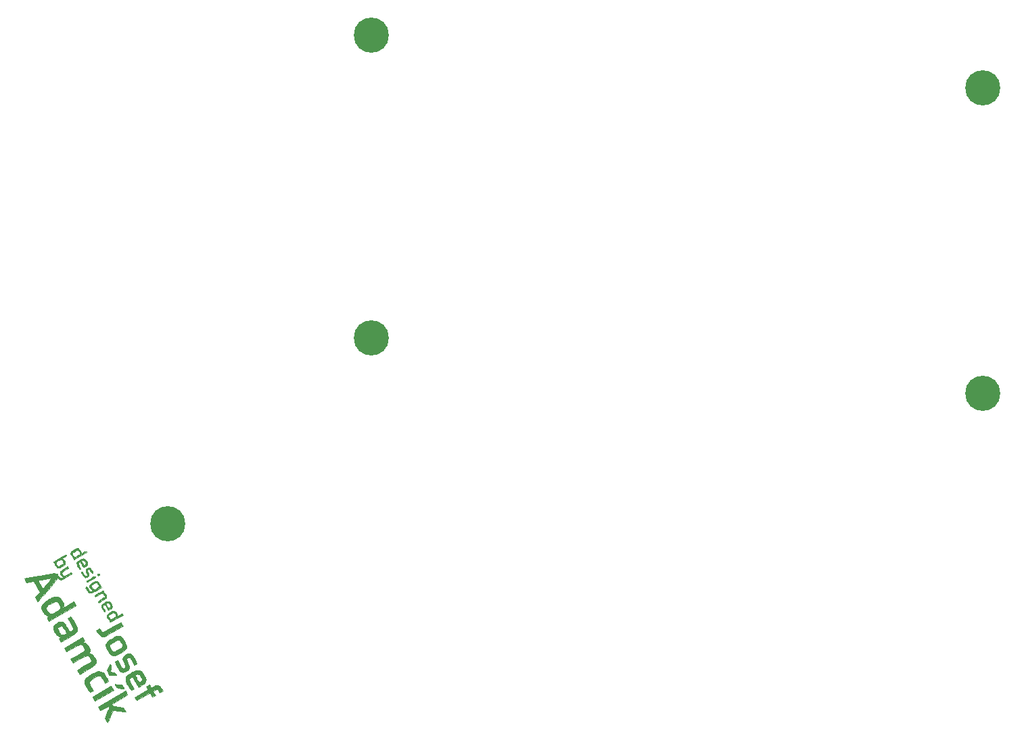
<source format=gbr>
G04 #@! TF.GenerationSoftware,KiCad,Pcbnew,5.1.5-52549c5~86~ubuntu19.10.1*
G04 #@! TF.CreationDate,2020-05-05T19:49:36+02:00*
G04 #@! TF.ProjectId,bottom_plate,626f7474-6f6d-45f7-906c-6174652e6b69,rev?*
G04 #@! TF.SameCoordinates,Original*
G04 #@! TF.FileFunction,Soldermask,Top*
G04 #@! TF.FilePolarity,Negative*
%FSLAX46Y46*%
G04 Gerber Fmt 4.6, Leading zero omitted, Abs format (unit mm)*
G04 Created by KiCad (PCBNEW 5.1.5-52549c5~86~ubuntu19.10.1) date 2020-05-05 19:49:36*
%MOMM*%
%LPD*%
G04 APERTURE LIST*
%ADD10C,0.010000*%
%ADD11C,4.400000*%
G04 APERTURE END LIST*
D10*
G36*
X49032696Y-142654119D02*
G01*
X48905696Y-142434149D01*
X48837309Y-142310991D01*
X48810015Y-142238928D01*
X48820820Y-142196777D01*
X48866727Y-142163354D01*
X48867352Y-142162993D01*
X48977156Y-142088421D01*
X49006052Y-142033927D01*
X48953626Y-141993330D01*
X48854163Y-141966963D01*
X48702481Y-141917339D01*
X48568431Y-141825985D01*
X48438650Y-141680442D01*
X48299770Y-141468254D01*
X48276601Y-141428652D01*
X48177359Y-141238464D01*
X48123308Y-141081903D01*
X48104932Y-140954844D01*
X48110552Y-140809497D01*
X48156226Y-140675600D01*
X48236616Y-140541208D01*
X48307241Y-140443363D01*
X48382174Y-140360582D01*
X48478046Y-140278922D01*
X48611491Y-140184442D01*
X48799142Y-140063199D01*
X48830398Y-140043477D01*
X49139867Y-139860507D01*
X49415370Y-140337692D01*
X49168476Y-140481213D01*
X49050249Y-140560050D01*
X48858361Y-140711887D01*
X48742930Y-140850822D01*
X48698476Y-140985279D01*
X48707907Y-141086279D01*
X48771993Y-141253010D01*
X48872364Y-141428168D01*
X48987158Y-141576798D01*
X49053023Y-141638064D01*
X49161243Y-141707484D01*
X49267713Y-141740096D01*
X49387301Y-141733318D01*
X49534883Y-141684559D01*
X49725331Y-141591235D01*
X49906655Y-141489627D01*
X50134499Y-141351958D01*
X50294206Y-141236859D01*
X50394905Y-141132277D01*
X50445725Y-141026163D01*
X50455795Y-140906465D01*
X50439385Y-140786328D01*
X50380691Y-140609178D01*
X50283249Y-140437306D01*
X50163556Y-140292447D01*
X50038112Y-140196327D01*
X49973120Y-140172204D01*
X49831265Y-140177483D01*
X49640823Y-140234547D01*
X49415370Y-140337692D01*
X49139867Y-139860507D01*
X49174809Y-139839847D01*
X49470410Y-139695702D01*
X49726124Y-139608602D01*
X49950881Y-139576109D01*
X50153606Y-139595780D01*
X50295751Y-139642946D01*
X50383889Y-139695647D01*
X50471143Y-139783777D01*
X50573505Y-139924676D01*
X50616502Y-139990670D01*
X50760796Y-140245606D01*
X50841404Y-140465523D01*
X50862555Y-140665953D01*
X50841281Y-140815596D01*
X50796204Y-141000488D01*
X52167072Y-140209017D01*
X52442238Y-140685619D01*
X49032696Y-142654119D01*
G37*
X49032696Y-142654119D02*
X48905696Y-142434149D01*
X48837309Y-142310991D01*
X48810015Y-142238928D01*
X48820820Y-142196777D01*
X48866727Y-142163354D01*
X48867352Y-142162993D01*
X48977156Y-142088421D01*
X49006052Y-142033927D01*
X48953626Y-141993330D01*
X48854163Y-141966963D01*
X48702481Y-141917339D01*
X48568431Y-141825985D01*
X48438650Y-141680442D01*
X48299770Y-141468254D01*
X48276601Y-141428652D01*
X48177359Y-141238464D01*
X48123308Y-141081903D01*
X48104932Y-140954844D01*
X48110552Y-140809497D01*
X48156226Y-140675600D01*
X48236616Y-140541208D01*
X48307241Y-140443363D01*
X48382174Y-140360582D01*
X48478046Y-140278922D01*
X48611491Y-140184442D01*
X48799142Y-140063199D01*
X48830398Y-140043477D01*
X49139867Y-139860507D01*
X49415370Y-140337692D01*
X49168476Y-140481213D01*
X49050249Y-140560050D01*
X48858361Y-140711887D01*
X48742930Y-140850822D01*
X48698476Y-140985279D01*
X48707907Y-141086279D01*
X48771993Y-141253010D01*
X48872364Y-141428168D01*
X48987158Y-141576798D01*
X49053023Y-141638064D01*
X49161243Y-141707484D01*
X49267713Y-141740096D01*
X49387301Y-141733318D01*
X49534883Y-141684559D01*
X49725331Y-141591235D01*
X49906655Y-141489627D01*
X50134499Y-141351958D01*
X50294206Y-141236859D01*
X50394905Y-141132277D01*
X50445725Y-141026163D01*
X50455795Y-140906465D01*
X50439385Y-140786328D01*
X50380691Y-140609178D01*
X50283249Y-140437306D01*
X50163556Y-140292447D01*
X50038112Y-140196327D01*
X49973120Y-140172204D01*
X49831265Y-140177483D01*
X49640823Y-140234547D01*
X49415370Y-140337692D01*
X49139867Y-139860507D01*
X49174809Y-139839847D01*
X49470410Y-139695702D01*
X49726124Y-139608602D01*
X49950881Y-139576109D01*
X50153606Y-139595780D01*
X50295751Y-139642946D01*
X50383889Y-139695647D01*
X50471143Y-139783777D01*
X50573505Y-139924676D01*
X50616502Y-139990670D01*
X50760796Y-140245606D01*
X50841404Y-140465523D01*
X50862555Y-140665953D01*
X50841281Y-140815596D01*
X50796204Y-141000488D01*
X52167072Y-140209017D01*
X52442238Y-140685619D01*
X49032696Y-142654119D01*
G36*
X52415197Y-143115247D02*
G01*
X52527674Y-143371893D01*
X52584386Y-143586352D01*
X52586070Y-143768725D01*
X52533460Y-143929115D01*
X52427295Y-144077622D01*
X52344830Y-144159265D01*
X52259412Y-144224417D01*
X52113424Y-144322632D01*
X51920129Y-144445538D01*
X51692791Y-144584762D01*
X51444672Y-144731929D01*
X51358614Y-144781895D01*
X50535530Y-145257103D01*
X50285251Y-144823607D01*
X50415781Y-144715663D01*
X50546311Y-144607720D01*
X50365515Y-144571647D01*
X50216789Y-144519142D01*
X50080368Y-144435569D01*
X50058879Y-144416901D01*
X49935495Y-144274382D01*
X49811981Y-144088153D01*
X49702640Y-143884807D01*
X49621780Y-143690938D01*
X49583742Y-143533590D01*
X49588190Y-143358400D01*
X49643406Y-143209926D01*
X49758708Y-143074935D01*
X49943414Y-142940194D01*
X49990700Y-142912104D01*
X50258365Y-143375713D01*
X50213707Y-143412055D01*
X50148215Y-143495518D01*
X50130275Y-143593529D01*
X50162312Y-143719734D01*
X50246751Y-143887779D01*
X50319710Y-144008230D01*
X50415673Y-144156891D01*
X50485659Y-144249233D01*
X50547109Y-144301623D01*
X50617459Y-144330428D01*
X50678175Y-144344665D01*
X50810024Y-144350944D01*
X50959241Y-144327573D01*
X51098996Y-144282704D01*
X51202461Y-144224490D01*
X51241116Y-144173622D01*
X51226553Y-144109459D01*
X51172610Y-143995342D01*
X51090625Y-143849113D01*
X50991936Y-143688613D01*
X50887882Y-143531684D01*
X50789799Y-143396165D01*
X50709026Y-143299901D01*
X50661800Y-143262017D01*
X50544777Y-143255577D01*
X50399450Y-143297109D01*
X50258365Y-143375713D01*
X49990700Y-142912104D01*
X50043437Y-142880774D01*
X50274712Y-142763848D01*
X50462087Y-142705206D01*
X50620901Y-142702638D01*
X50766491Y-142753940D01*
X50798162Y-142772169D01*
X50859753Y-142818765D01*
X50927005Y-142890793D01*
X51008387Y-142999788D01*
X51112368Y-143157279D01*
X51247419Y-143374801D01*
X51279686Y-143427812D01*
X51628391Y-144002098D01*
X51800472Y-143869786D01*
X51944390Y-143747611D01*
X52023407Y-143646712D01*
X52048308Y-143550419D01*
X52043086Y-143494664D01*
X52015556Y-143424439D01*
X51952164Y-143297345D01*
X51861112Y-143128816D01*
X51750598Y-142934278D01*
X51694196Y-142838133D01*
X51363911Y-142280896D01*
X51560476Y-142182101D01*
X51757042Y-142083306D01*
X51867557Y-142215029D01*
X51932217Y-142303298D01*
X52025887Y-142445415D01*
X52135867Y-142621549D01*
X52246219Y-142806316D01*
X52415197Y-143115247D01*
G37*
X52415197Y-143115247D02*
X52527674Y-143371893D01*
X52584386Y-143586352D01*
X52586070Y-143768725D01*
X52533460Y-143929115D01*
X52427295Y-144077622D01*
X52344830Y-144159265D01*
X52259412Y-144224417D01*
X52113424Y-144322632D01*
X51920129Y-144445538D01*
X51692791Y-144584762D01*
X51444672Y-144731929D01*
X51358614Y-144781895D01*
X50535530Y-145257103D01*
X50285251Y-144823607D01*
X50415781Y-144715663D01*
X50546311Y-144607720D01*
X50365515Y-144571647D01*
X50216789Y-144519142D01*
X50080368Y-144435569D01*
X50058879Y-144416901D01*
X49935495Y-144274382D01*
X49811981Y-144088153D01*
X49702640Y-143884807D01*
X49621780Y-143690938D01*
X49583742Y-143533590D01*
X49588190Y-143358400D01*
X49643406Y-143209926D01*
X49758708Y-143074935D01*
X49943414Y-142940194D01*
X49990700Y-142912104D01*
X50258365Y-143375713D01*
X50213707Y-143412055D01*
X50148215Y-143495518D01*
X50130275Y-143593529D01*
X50162312Y-143719734D01*
X50246751Y-143887779D01*
X50319710Y-144008230D01*
X50415673Y-144156891D01*
X50485659Y-144249233D01*
X50547109Y-144301623D01*
X50617459Y-144330428D01*
X50678175Y-144344665D01*
X50810024Y-144350944D01*
X50959241Y-144327573D01*
X51098996Y-144282704D01*
X51202461Y-144224490D01*
X51241116Y-144173622D01*
X51226553Y-144109459D01*
X51172610Y-143995342D01*
X51090625Y-143849113D01*
X50991936Y-143688613D01*
X50887882Y-143531684D01*
X50789799Y-143396165D01*
X50709026Y-143299901D01*
X50661800Y-143262017D01*
X50544777Y-143255577D01*
X50399450Y-143297109D01*
X50258365Y-143375713D01*
X49990700Y-142912104D01*
X50043437Y-142880774D01*
X50274712Y-142763848D01*
X50462087Y-142705206D01*
X50620901Y-142702638D01*
X50766491Y-142753940D01*
X50798162Y-142772169D01*
X50859753Y-142818765D01*
X50927005Y-142890793D01*
X51008387Y-142999788D01*
X51112368Y-143157279D01*
X51247419Y-143374801D01*
X51279686Y-143427812D01*
X51628391Y-144002098D01*
X51800472Y-143869786D01*
X51944390Y-143747611D01*
X52023407Y-143646712D01*
X52048308Y-143550419D01*
X52043086Y-143494664D01*
X52015556Y-143424439D01*
X51952164Y-143297345D01*
X51861112Y-143128816D01*
X51750598Y-142934278D01*
X51694196Y-142838133D01*
X51363911Y-142280896D01*
X51560476Y-142182101D01*
X51757042Y-142083306D01*
X51867557Y-142215029D01*
X51932217Y-142303298D01*
X52025887Y-142445415D01*
X52135867Y-142621549D01*
X52246219Y-142806316D01*
X52415197Y-143115247D01*
G36*
X56258247Y-149756472D02*
G01*
X56349922Y-149935381D01*
X56398475Y-150047699D01*
X56455125Y-150198300D01*
X56036914Y-150439755D01*
X55937129Y-150191852D01*
X55850818Y-150009414D01*
X55742920Y-149826955D01*
X55628912Y-149667366D01*
X55524269Y-149553540D01*
X55485743Y-149524200D01*
X55390612Y-149486164D01*
X55276388Y-149485882D01*
X55131088Y-149526754D01*
X54942726Y-149612178D01*
X54699318Y-149745549D01*
X54693848Y-149748705D01*
X54445249Y-149899657D01*
X54266571Y-150027391D01*
X54149200Y-150140330D01*
X54084527Y-150246900D01*
X54063940Y-150355521D01*
X54063943Y-150364874D01*
X54086037Y-150458906D01*
X54152401Y-150606098D01*
X54265905Y-150812487D01*
X54321617Y-150907064D01*
X54577800Y-151335989D01*
X54381074Y-151434882D01*
X54262940Y-151490038D01*
X54191002Y-151504342D01*
X54137430Y-151478029D01*
X54097488Y-151437278D01*
X54008747Y-151321584D01*
X53902263Y-151157393D01*
X53789481Y-150965558D01*
X53681848Y-150766935D01*
X53590810Y-150582381D01*
X53527815Y-150432751D01*
X53506684Y-150360790D01*
X53504832Y-150128296D01*
X53580412Y-149903306D01*
X53710505Y-149722470D01*
X53813433Y-149635545D01*
X53974327Y-149523364D01*
X54174521Y-149396671D01*
X54395345Y-149266212D01*
X54618138Y-149142735D01*
X54824232Y-149036983D01*
X54994961Y-148959704D01*
X55095587Y-148925091D01*
X55309618Y-148907887D01*
X55533943Y-148947865D01*
X55735389Y-149036544D01*
X55836550Y-149114508D01*
X55922448Y-149217823D01*
X56030623Y-149374630D01*
X56147184Y-149561867D01*
X56258247Y-149756472D01*
G37*
X56258247Y-149756472D02*
X56349922Y-149935381D01*
X56398475Y-150047699D01*
X56455125Y-150198300D01*
X56036914Y-150439755D01*
X55937129Y-150191852D01*
X55850818Y-150009414D01*
X55742920Y-149826955D01*
X55628912Y-149667366D01*
X55524269Y-149553540D01*
X55485743Y-149524200D01*
X55390612Y-149486164D01*
X55276388Y-149485882D01*
X55131088Y-149526754D01*
X54942726Y-149612178D01*
X54699318Y-149745549D01*
X54693848Y-149748705D01*
X54445249Y-149899657D01*
X54266571Y-150027391D01*
X54149200Y-150140330D01*
X54084527Y-150246900D01*
X54063940Y-150355521D01*
X54063943Y-150364874D01*
X54086037Y-150458906D01*
X54152401Y-150606098D01*
X54265905Y-150812487D01*
X54321617Y-150907064D01*
X54577800Y-151335989D01*
X54381074Y-151434882D01*
X54262940Y-151490038D01*
X54191002Y-151504342D01*
X54137430Y-151478029D01*
X54097488Y-151437278D01*
X54008747Y-151321584D01*
X53902263Y-151157393D01*
X53789481Y-150965558D01*
X53681848Y-150766935D01*
X53590810Y-150582381D01*
X53527815Y-150432751D01*
X53506684Y-150360790D01*
X53504832Y-150128296D01*
X53580412Y-149903306D01*
X53710505Y-149722470D01*
X53813433Y-149635545D01*
X53974327Y-149523364D01*
X54174521Y-149396671D01*
X54395345Y-149266212D01*
X54618138Y-149142735D01*
X54824232Y-149036983D01*
X54994961Y-148959704D01*
X55095587Y-148925091D01*
X55309618Y-148907887D01*
X55533943Y-148947865D01*
X55735389Y-149036544D01*
X55836550Y-149114508D01*
X55922448Y-149217823D01*
X56030623Y-149374630D01*
X56147184Y-149561867D01*
X56258247Y-149756472D01*
G36*
X48894343Y-138715445D02*
G01*
X48639987Y-139015776D01*
X48402232Y-139295831D01*
X48186683Y-139549054D01*
X47998949Y-139768888D01*
X47844635Y-139948780D01*
X47729350Y-140082173D01*
X47658701Y-140162510D01*
X47638200Y-140184117D01*
X47607102Y-140157353D01*
X47550114Y-140072364D01*
X47478921Y-139946793D01*
X47470645Y-139931109D01*
X47329972Y-139662580D01*
X47897497Y-138994562D01*
X47508274Y-138320408D01*
X47370924Y-138083106D01*
X47268636Y-137909581D01*
X47194248Y-137790222D01*
X47140600Y-137715417D01*
X47100531Y-137675556D01*
X47066881Y-137661026D01*
X47032491Y-137662218D01*
X47019575Y-137664457D01*
X46931636Y-137680501D01*
X46788107Y-137706638D01*
X46616699Y-137737822D01*
X46577250Y-137744996D01*
X46234401Y-137807330D01*
X46086830Y-137551730D01*
X46009548Y-137409671D01*
X45976708Y-137324853D01*
X45984204Y-137285159D01*
X45994668Y-137279943D01*
X46046744Y-137269242D01*
X46173423Y-137245141D01*
X46365985Y-137209247D01*
X46615708Y-137163165D01*
X46913870Y-137108499D01*
X47251749Y-137046856D01*
X47393581Y-137021088D01*
X47682415Y-137521363D01*
X48276887Y-138551019D01*
X48344557Y-138477728D01*
X48473868Y-138333897D01*
X48619907Y-138165318D01*
X48773533Y-137983293D01*
X48925601Y-137799122D01*
X49066972Y-137624104D01*
X49188502Y-137469543D01*
X49281049Y-137346739D01*
X49335470Y-137266992D01*
X49344697Y-137241433D01*
X49289381Y-137245104D01*
X49165873Y-137262278D01*
X48989148Y-137290592D01*
X48774183Y-137327684D01*
X48613876Y-137356702D01*
X48373876Y-137400733D01*
X48154764Y-137440543D01*
X47973781Y-137473028D01*
X47848160Y-137495087D01*
X47805749Y-137502150D01*
X47682415Y-137521363D01*
X47393581Y-137021088D01*
X47620622Y-136979840D01*
X47894693Y-136930215D01*
X49739308Y-136596673D01*
X50123604Y-137262293D01*
X48894343Y-138715445D01*
G37*
X48894343Y-138715445D02*
X48639987Y-139015776D01*
X48402232Y-139295831D01*
X48186683Y-139549054D01*
X47998949Y-139768888D01*
X47844635Y-139948780D01*
X47729350Y-140082173D01*
X47658701Y-140162510D01*
X47638200Y-140184117D01*
X47607102Y-140157353D01*
X47550114Y-140072364D01*
X47478921Y-139946793D01*
X47470645Y-139931109D01*
X47329972Y-139662580D01*
X47897497Y-138994562D01*
X47508274Y-138320408D01*
X47370924Y-138083106D01*
X47268636Y-137909581D01*
X47194248Y-137790222D01*
X47140600Y-137715417D01*
X47100531Y-137675556D01*
X47066881Y-137661026D01*
X47032491Y-137662218D01*
X47019575Y-137664457D01*
X46931636Y-137680501D01*
X46788107Y-137706638D01*
X46616699Y-137737822D01*
X46577250Y-137744996D01*
X46234401Y-137807330D01*
X46086830Y-137551730D01*
X46009548Y-137409671D01*
X45976708Y-137324853D01*
X45984204Y-137285159D01*
X45994668Y-137279943D01*
X46046744Y-137269242D01*
X46173423Y-137245141D01*
X46365985Y-137209247D01*
X46615708Y-137163165D01*
X46913870Y-137108499D01*
X47251749Y-137046856D01*
X47393581Y-137021088D01*
X47682415Y-137521363D01*
X48276887Y-138551019D01*
X48344557Y-138477728D01*
X48473868Y-138333897D01*
X48619907Y-138165318D01*
X48773533Y-137983293D01*
X48925601Y-137799122D01*
X49066972Y-137624104D01*
X49188502Y-137469543D01*
X49281049Y-137346739D01*
X49335470Y-137266992D01*
X49344697Y-137241433D01*
X49289381Y-137245104D01*
X49165873Y-137262278D01*
X48989148Y-137290592D01*
X48774183Y-137327684D01*
X48613876Y-137356702D01*
X48373876Y-137400733D01*
X48154764Y-137440543D01*
X47973781Y-137473028D01*
X47848160Y-137495087D01*
X47805749Y-137502150D01*
X47682415Y-137521363D01*
X47393581Y-137021088D01*
X47620622Y-136979840D01*
X47894693Y-136930215D01*
X49739308Y-136596673D01*
X50123604Y-137262293D01*
X48894343Y-138715445D01*
G36*
X54095157Y-146036218D02*
G01*
X54148271Y-146233290D01*
X54141732Y-146411917D01*
X54106435Y-146527651D01*
X54042186Y-146687052D01*
X54176599Y-146694646D01*
X54360566Y-146746667D01*
X54541422Y-146879186D01*
X54714188Y-147088056D01*
X54786019Y-147202491D01*
X54899326Y-147425164D01*
X54951587Y-147609060D01*
X54944013Y-147772778D01*
X54877820Y-147934914D01*
X54838036Y-147999250D01*
X54795814Y-148059974D01*
X54750869Y-148114260D01*
X54693644Y-148168915D01*
X54614580Y-148230742D01*
X54504119Y-148306549D01*
X54352704Y-148403138D01*
X54150778Y-148527316D01*
X53888780Y-148685886D01*
X53790110Y-148745356D01*
X52869630Y-149299883D01*
X52569668Y-148780335D01*
X53441949Y-148262033D01*
X53724675Y-148093105D01*
X53942145Y-147960628D01*
X54102598Y-147859025D01*
X54214276Y-147782715D01*
X54285421Y-147726122D01*
X54324273Y-147683668D01*
X54337772Y-147655651D01*
X54334822Y-147538893D01*
X54285515Y-147387961D01*
X54201824Y-147230051D01*
X54095716Y-147092362D01*
X54085091Y-147081508D01*
X54010550Y-147013720D01*
X53937578Y-146969111D01*
X53856074Y-146950313D01*
X53755935Y-146959961D01*
X53627059Y-147000686D01*
X53459344Y-147075123D01*
X53242688Y-147185906D01*
X52966990Y-147335666D01*
X52839499Y-147406195D01*
X52034217Y-147852906D01*
X51763196Y-147383484D01*
X52542140Y-146933488D01*
X52846148Y-146756081D01*
X53083138Y-146612536D01*
X53260631Y-146496564D01*
X53386154Y-146401881D01*
X53467228Y-146322201D01*
X53511378Y-146251236D01*
X53526127Y-146182701D01*
X53520181Y-146116301D01*
X53450382Y-145907539D01*
X53335371Y-145736581D01*
X53189076Y-145616104D01*
X53025429Y-145558788D01*
X52911461Y-145562337D01*
X52809564Y-145598120D01*
X52641392Y-145677294D01*
X52411830Y-145797367D01*
X52125757Y-145955846D01*
X51995955Y-146029801D01*
X51234030Y-146466941D01*
X50958863Y-145990339D01*
X53268553Y-144656839D01*
X53522553Y-145096779D01*
X53375906Y-145181446D01*
X53276008Y-145251570D01*
X53253575Y-145298971D01*
X53308646Y-145319285D01*
X53374645Y-145317080D01*
X53520547Y-145342748D01*
X53678402Y-145438967D01*
X53835300Y-145595359D01*
X53978329Y-145801543D01*
X53979327Y-145803269D01*
X54095157Y-146036218D01*
G37*
X54095157Y-146036218D02*
X54148271Y-146233290D01*
X54141732Y-146411917D01*
X54106435Y-146527651D01*
X54042186Y-146687052D01*
X54176599Y-146694646D01*
X54360566Y-146746667D01*
X54541422Y-146879186D01*
X54714188Y-147088056D01*
X54786019Y-147202491D01*
X54899326Y-147425164D01*
X54951587Y-147609060D01*
X54944013Y-147772778D01*
X54877820Y-147934914D01*
X54838036Y-147999250D01*
X54795814Y-148059974D01*
X54750869Y-148114260D01*
X54693644Y-148168915D01*
X54614580Y-148230742D01*
X54504119Y-148306549D01*
X54352704Y-148403138D01*
X54150778Y-148527316D01*
X53888780Y-148685886D01*
X53790110Y-148745356D01*
X52869630Y-149299883D01*
X52569668Y-148780335D01*
X53441949Y-148262033D01*
X53724675Y-148093105D01*
X53942145Y-147960628D01*
X54102598Y-147859025D01*
X54214276Y-147782715D01*
X54285421Y-147726122D01*
X54324273Y-147683668D01*
X54337772Y-147655651D01*
X54334822Y-147538893D01*
X54285515Y-147387961D01*
X54201824Y-147230051D01*
X54095716Y-147092362D01*
X54085091Y-147081508D01*
X54010550Y-147013720D01*
X53937578Y-146969111D01*
X53856074Y-146950313D01*
X53755935Y-146959961D01*
X53627059Y-147000686D01*
X53459344Y-147075123D01*
X53242688Y-147185906D01*
X52966990Y-147335666D01*
X52839499Y-147406195D01*
X52034217Y-147852906D01*
X51763196Y-147383484D01*
X52542140Y-146933488D01*
X52846148Y-146756081D01*
X53083138Y-146612536D01*
X53260631Y-146496564D01*
X53386154Y-146401881D01*
X53467228Y-146322201D01*
X53511378Y-146251236D01*
X53526127Y-146182701D01*
X53520181Y-146116301D01*
X53450382Y-145907539D01*
X53335371Y-145736581D01*
X53189076Y-145616104D01*
X53025429Y-145558788D01*
X52911461Y-145562337D01*
X52809564Y-145598120D01*
X52641392Y-145677294D01*
X52411830Y-145797367D01*
X52125757Y-145955846D01*
X51995955Y-146029801D01*
X51234030Y-146466941D01*
X50958863Y-145990339D01*
X53268553Y-144656839D01*
X53522553Y-145096779D01*
X53375906Y-145181446D01*
X53276008Y-145251570D01*
X53253575Y-145298971D01*
X53308646Y-145319285D01*
X53374645Y-145317080D01*
X53520547Y-145342748D01*
X53678402Y-145438967D01*
X53835300Y-145595359D01*
X53978329Y-145801543D01*
X53979327Y-145803269D01*
X54095157Y-146036218D01*
G36*
X54790030Y-152626114D02*
G01*
X54493696Y-152112849D01*
X56803386Y-150779349D01*
X57099719Y-151292614D01*
X54790030Y-152626114D01*
G37*
X54790030Y-152626114D02*
X54493696Y-152112849D01*
X56803386Y-150779349D01*
X57099719Y-151292614D01*
X54790030Y-152626114D01*
G36*
X58747781Y-151624266D02*
G01*
X58869157Y-151859703D01*
X56882357Y-153032796D01*
X56954903Y-153158450D01*
X56987637Y-153206661D01*
X57031304Y-153243887D01*
X57099467Y-153274191D01*
X57205691Y-153301639D01*
X57363538Y-153330297D01*
X57586572Y-153364230D01*
X57692453Y-153379529D01*
X58357459Y-153474955D01*
X58513005Y-153742432D01*
X58583053Y-153870804D01*
X58625771Y-153965183D01*
X58633355Y-154007913D01*
X58630705Y-154008775D01*
X58578590Y-154002323D01*
X58456706Y-153985080D01*
X58278973Y-153959081D01*
X58059310Y-153926362D01*
X57821968Y-153890525D01*
X57051075Y-153773412D01*
X56723191Y-154545004D01*
X56621906Y-154781690D01*
X56531353Y-154990139D01*
X56456845Y-155158376D01*
X56403699Y-155274422D01*
X56377229Y-155326300D01*
X56375836Y-155327840D01*
X56347027Y-155299615D01*
X56288811Y-155214726D01*
X56212929Y-155090506D01*
X56200474Y-155069074D01*
X56044584Y-154799066D01*
X56311952Y-154161494D01*
X56411244Y-153922245D01*
X56480112Y-153747276D01*
X56522044Y-153623291D01*
X56540531Y-153536993D01*
X56539062Y-153475084D01*
X56521126Y-153424268D01*
X56510528Y-153404770D01*
X56441735Y-153285618D01*
X55488530Y-153835951D01*
X55213363Y-153359349D01*
X58626404Y-151388829D01*
X58747781Y-151624266D01*
G37*
X58747781Y-151624266D02*
X58869157Y-151859703D01*
X56882357Y-153032796D01*
X56954903Y-153158450D01*
X56987637Y-153206661D01*
X57031304Y-153243887D01*
X57099467Y-153274191D01*
X57205691Y-153301639D01*
X57363538Y-153330297D01*
X57586572Y-153364230D01*
X57692453Y-153379529D01*
X58357459Y-153474955D01*
X58513005Y-153742432D01*
X58583053Y-153870804D01*
X58625771Y-153965183D01*
X58633355Y-154007913D01*
X58630705Y-154008775D01*
X58578590Y-154002323D01*
X58456706Y-153985080D01*
X58278973Y-153959081D01*
X58059310Y-153926362D01*
X57821968Y-153890525D01*
X57051075Y-153773412D01*
X56723191Y-154545004D01*
X56621906Y-154781690D01*
X56531353Y-154990139D01*
X56456845Y-155158376D01*
X56403699Y-155274422D01*
X56377229Y-155326300D01*
X56375836Y-155327840D01*
X56347027Y-155299615D01*
X56288811Y-155214726D01*
X56212929Y-155090506D01*
X56200474Y-155069074D01*
X56044584Y-154799066D01*
X56311952Y-154161494D01*
X56411244Y-153922245D01*
X56480112Y-153747276D01*
X56522044Y-153623291D01*
X56540531Y-153536993D01*
X56539062Y-153475084D01*
X56521126Y-153424268D01*
X56510528Y-153404770D01*
X56441735Y-153285618D01*
X55488530Y-153835951D01*
X55213363Y-153359349D01*
X58626404Y-151388829D01*
X58747781Y-151624266D01*
G36*
X57443215Y-149360090D02*
G01*
X57464004Y-149426993D01*
X57463495Y-149433803D01*
X57420352Y-149444023D01*
X57311124Y-149444201D01*
X57153742Y-149434811D01*
X57016723Y-149421972D01*
X56579305Y-149375230D01*
X56430727Y-149115685D01*
X56282149Y-148856140D01*
X56452046Y-148476976D01*
X56528202Y-148312979D01*
X56595000Y-148179941D01*
X56643155Y-148095815D01*
X56659340Y-148076221D01*
X56701846Y-148094938D01*
X56761313Y-148168212D01*
X56778335Y-148195959D01*
X56818109Y-148280152D01*
X56830228Y-148365116D01*
X56814114Y-148476945D01*
X56769189Y-148641733D01*
X56768393Y-148644406D01*
X56725953Y-148793622D01*
X56697128Y-148908389D01*
X56687179Y-148967416D01*
X56687799Y-148970481D01*
X56731412Y-148988059D01*
X56836585Y-149017098D01*
X56981992Y-149051792D01*
X57006782Y-149057307D01*
X57172294Y-149097934D01*
X57277065Y-149138230D01*
X57344097Y-149190359D01*
X57393834Y-149262035D01*
X57443215Y-149360090D01*
G37*
X57443215Y-149360090D02*
X57464004Y-149426993D01*
X57463495Y-149433803D01*
X57420352Y-149444023D01*
X57311124Y-149444201D01*
X57153742Y-149434811D01*
X57016723Y-149421972D01*
X56579305Y-149375230D01*
X56430727Y-149115685D01*
X56282149Y-148856140D01*
X56452046Y-148476976D01*
X56528202Y-148312979D01*
X56595000Y-148179941D01*
X56643155Y-148095815D01*
X56659340Y-148076221D01*
X56701846Y-148094938D01*
X56761313Y-148168212D01*
X56778335Y-148195959D01*
X56818109Y-148280152D01*
X56830228Y-148365116D01*
X56814114Y-148476945D01*
X56769189Y-148641733D01*
X56768393Y-148644406D01*
X56725953Y-148793622D01*
X56697128Y-148908389D01*
X56687179Y-148967416D01*
X56687799Y-148970481D01*
X56731412Y-148988059D01*
X56836585Y-149017098D01*
X56981992Y-149051792D01*
X57006782Y-149057307D01*
X57172294Y-149097934D01*
X57277065Y-149138230D01*
X57344097Y-149190359D01*
X57393834Y-149262035D01*
X57443215Y-149360090D01*
G36*
X58382733Y-150985911D02*
G01*
X58419109Y-151077796D01*
X58419952Y-151116964D01*
X58367468Y-151115610D01*
X58250964Y-151097061D01*
X58088578Y-151064579D01*
X57929048Y-151028693D01*
X57729083Y-150980600D01*
X57593993Y-150942523D01*
X57506151Y-150905439D01*
X57447932Y-150860326D01*
X57401713Y-150798158D01*
X57368128Y-150741511D01*
X57311665Y-150636314D01*
X57282380Y-150566713D01*
X57281944Y-150551936D01*
X57328682Y-150551641D01*
X57441298Y-150558751D01*
X57601454Y-150571947D01*
X57740956Y-150584969D01*
X58182519Y-150628077D01*
X58318045Y-150862816D01*
X58382733Y-150985911D01*
G37*
X58382733Y-150985911D02*
X58419109Y-151077796D01*
X58419952Y-151116964D01*
X58367468Y-151115610D01*
X58250964Y-151097061D01*
X58088578Y-151064579D01*
X57929048Y-151028693D01*
X57729083Y-150980600D01*
X57593993Y-150942523D01*
X57506151Y-150905439D01*
X57447932Y-150860326D01*
X57401713Y-150798158D01*
X57368128Y-150741511D01*
X57311665Y-150636314D01*
X57282380Y-150566713D01*
X57281944Y-150551936D01*
X57328682Y-150551641D01*
X57441298Y-150558751D01*
X57601454Y-150571947D01*
X57740956Y-150584969D01*
X58182519Y-150628077D01*
X58318045Y-150862816D01*
X58382733Y-150985911D01*
G36*
X51085107Y-136239500D02*
G01*
X50915944Y-136341426D01*
X50773749Y-136434495D01*
X50675111Y-136507380D01*
X50638064Y-136544699D01*
X50635770Y-136631214D01*
X50694922Y-136769397D01*
X50711454Y-136798813D01*
X50782646Y-136908995D01*
X50852936Y-136974669D01*
X50936560Y-136995449D01*
X51047753Y-136970945D01*
X51200748Y-136900769D01*
X51409778Y-136784533D01*
X51418456Y-136779527D01*
X51814728Y-136550740D01*
X51920561Y-136734048D01*
X51321113Y-137080139D01*
X51050898Y-137233251D01*
X50840726Y-137343889D01*
X50679479Y-137415451D01*
X50556036Y-137451334D01*
X50459281Y-137454937D01*
X50378092Y-137429657D01*
X50313215Y-137388152D01*
X50237354Y-137312019D01*
X50147976Y-137196568D01*
X50059139Y-137063885D01*
X49984905Y-136936048D01*
X49939332Y-136835143D01*
X49932487Y-136790158D01*
X49974163Y-136738660D01*
X50014193Y-136710397D01*
X50061747Y-136693715D01*
X50098467Y-136721663D01*
X50140739Y-136810026D01*
X50155229Y-136846289D01*
X50230540Y-136992184D01*
X50328492Y-137121836D01*
X50431475Y-137216474D01*
X50521877Y-137257330D01*
X50540534Y-137256928D01*
X50628294Y-137228034D01*
X50719953Y-137182808D01*
X50791471Y-137136268D01*
X50789649Y-137105765D01*
X50724904Y-137071308D01*
X50617867Y-136986052D01*
X50519814Y-136849966D01*
X50448011Y-136694668D01*
X50419721Y-136551773D01*
X50422158Y-136516934D01*
X50434665Y-136462375D01*
X50460890Y-136414267D01*
X50512941Y-136362360D01*
X50602925Y-136296408D01*
X50742949Y-136206164D01*
X50914697Y-136100037D01*
X51387143Y-135810141D01*
X51497228Y-136000814D01*
X51085107Y-136239500D01*
G37*
X51085107Y-136239500D02*
X50915944Y-136341426D01*
X50773749Y-136434495D01*
X50675111Y-136507380D01*
X50638064Y-136544699D01*
X50635770Y-136631214D01*
X50694922Y-136769397D01*
X50711454Y-136798813D01*
X50782646Y-136908995D01*
X50852936Y-136974669D01*
X50936560Y-136995449D01*
X51047753Y-136970945D01*
X51200748Y-136900769D01*
X51409778Y-136784533D01*
X51418456Y-136779527D01*
X51814728Y-136550740D01*
X51920561Y-136734048D01*
X51321113Y-137080139D01*
X51050898Y-137233251D01*
X50840726Y-137343889D01*
X50679479Y-137415451D01*
X50556036Y-137451334D01*
X50459281Y-137454937D01*
X50378092Y-137429657D01*
X50313215Y-137388152D01*
X50237354Y-137312019D01*
X50147976Y-137196568D01*
X50059139Y-137063885D01*
X49984905Y-136936048D01*
X49939332Y-136835143D01*
X49932487Y-136790158D01*
X49974163Y-136738660D01*
X50014193Y-136710397D01*
X50061747Y-136693715D01*
X50098467Y-136721663D01*
X50140739Y-136810026D01*
X50155229Y-136846289D01*
X50230540Y-136992184D01*
X50328492Y-137121836D01*
X50431475Y-137216474D01*
X50521877Y-137257330D01*
X50540534Y-137256928D01*
X50628294Y-137228034D01*
X50719953Y-137182808D01*
X50791471Y-137136268D01*
X50789649Y-137105765D01*
X50724904Y-137071308D01*
X50617867Y-136986052D01*
X50519814Y-136849966D01*
X50448011Y-136694668D01*
X50419721Y-136551773D01*
X50422158Y-136516934D01*
X50434665Y-136462375D01*
X50460890Y-136414267D01*
X50512941Y-136362360D01*
X50602925Y-136296408D01*
X50742949Y-136206164D01*
X50914697Y-136100037D01*
X51387143Y-135810141D01*
X51497228Y-136000814D01*
X51085107Y-136239500D01*
G36*
X51205633Y-134409230D02*
G01*
X51190072Y-134447408D01*
X51131360Y-134495898D01*
X51016876Y-134566903D01*
X50939703Y-134611819D01*
X50805513Y-134693511D01*
X50708173Y-134760916D01*
X50664001Y-134802450D01*
X50663451Y-134807975D01*
X50711888Y-134843663D01*
X50775405Y-134874886D01*
X50858575Y-134941077D01*
X50948715Y-135057433D01*
X51026773Y-135193548D01*
X51073695Y-135319019D01*
X51079505Y-135360176D01*
X51042181Y-135480884D01*
X50925264Y-135614048D01*
X50732277Y-135756010D01*
X50650968Y-135805049D01*
X50417298Y-135921584D01*
X50227625Y-135977051D01*
X50086879Y-135970225D01*
X50051429Y-135953736D01*
X49988862Y-135892019D01*
X49909041Y-135783827D01*
X49859017Y-135703349D01*
X49786895Y-135559621D01*
X49763264Y-135452796D01*
X49772199Y-135383643D01*
X49791445Y-135302453D01*
X49778503Y-135285247D01*
X49729866Y-135310319D01*
X49653626Y-135319771D01*
X49614209Y-135279329D01*
X49603006Y-135253617D01*
X49606791Y-135227217D01*
X49634188Y-135194016D01*
X49693825Y-135147906D01*
X49794324Y-135082774D01*
X49944315Y-134992512D01*
X50117676Y-134891294D01*
X50212847Y-135056135D01*
X50074407Y-135139620D01*
X49993488Y-135202458D01*
X49952283Y-135262649D01*
X49932982Y-135338197D01*
X49932820Y-135339215D01*
X49932727Y-135452276D01*
X49980846Y-135562879D01*
X50022487Y-135623446D01*
X50105072Y-135716363D01*
X50180471Y-135770875D01*
X50201480Y-135776564D01*
X50269209Y-135757761D01*
X50385979Y-135705495D01*
X50528529Y-135630360D01*
X50553131Y-135616375D01*
X50697359Y-135530976D01*
X50782903Y-135469794D01*
X50825658Y-135416963D01*
X50841516Y-135356618D01*
X50843931Y-135326077D01*
X50817247Y-135179744D01*
X50751842Y-135077115D01*
X50653732Y-134976894D01*
X50556770Y-134933480D01*
X50441475Y-134946115D01*
X50288367Y-135014042D01*
X50212847Y-135056135D01*
X50117676Y-134891294D01*
X50152420Y-134871007D01*
X50360103Y-134750922D01*
X50619695Y-134601385D01*
X50815699Y-134489993D01*
X50957718Y-134412329D01*
X51055360Y-134363980D01*
X51118226Y-134340531D01*
X51155923Y-134337566D01*
X51178055Y-134350673D01*
X51190663Y-134369162D01*
X51205633Y-134409230D01*
G37*
X51205633Y-134409230D02*
X51190072Y-134447408D01*
X51131360Y-134495898D01*
X51016876Y-134566903D01*
X50939703Y-134611819D01*
X50805513Y-134693511D01*
X50708173Y-134760916D01*
X50664001Y-134802450D01*
X50663451Y-134807975D01*
X50711888Y-134843663D01*
X50775405Y-134874886D01*
X50858575Y-134941077D01*
X50948715Y-135057433D01*
X51026773Y-135193548D01*
X51073695Y-135319019D01*
X51079505Y-135360176D01*
X51042181Y-135480884D01*
X50925264Y-135614048D01*
X50732277Y-135756010D01*
X50650968Y-135805049D01*
X50417298Y-135921584D01*
X50227625Y-135977051D01*
X50086879Y-135970225D01*
X50051429Y-135953736D01*
X49988862Y-135892019D01*
X49909041Y-135783827D01*
X49859017Y-135703349D01*
X49786895Y-135559621D01*
X49763264Y-135452796D01*
X49772199Y-135383643D01*
X49791445Y-135302453D01*
X49778503Y-135285247D01*
X49729866Y-135310319D01*
X49653626Y-135319771D01*
X49614209Y-135279329D01*
X49603006Y-135253617D01*
X49606791Y-135227217D01*
X49634188Y-135194016D01*
X49693825Y-135147906D01*
X49794324Y-135082774D01*
X49944315Y-134992512D01*
X50117676Y-134891294D01*
X50212847Y-135056135D01*
X50074407Y-135139620D01*
X49993488Y-135202458D01*
X49952283Y-135262649D01*
X49932982Y-135338197D01*
X49932820Y-135339215D01*
X49932727Y-135452276D01*
X49980846Y-135562879D01*
X50022487Y-135623446D01*
X50105072Y-135716363D01*
X50180471Y-135770875D01*
X50201480Y-135776564D01*
X50269209Y-135757761D01*
X50385979Y-135705495D01*
X50528529Y-135630360D01*
X50553131Y-135616375D01*
X50697359Y-135530976D01*
X50782903Y-135469794D01*
X50825658Y-135416963D01*
X50841516Y-135356618D01*
X50843931Y-135326077D01*
X50817247Y-135179744D01*
X50751842Y-135077115D01*
X50653732Y-134976894D01*
X50556770Y-134933480D01*
X50441475Y-134946115D01*
X50288367Y-135014042D01*
X50212847Y-135056135D01*
X50117676Y-134891294D01*
X50152420Y-134871007D01*
X50360103Y-134750922D01*
X50619695Y-134601385D01*
X50815699Y-134489993D01*
X50957718Y-134412329D01*
X51055360Y-134363980D01*
X51118226Y-134340531D01*
X51155923Y-134337566D01*
X51178055Y-134350673D01*
X51190663Y-134369162D01*
X51205633Y-134409230D01*
G36*
X58604083Y-145398489D02*
G01*
X58706015Y-145614948D01*
X58757769Y-145793439D01*
X58755427Y-145945452D01*
X58695073Y-146082477D01*
X58572788Y-146216005D01*
X58384654Y-146357526D01*
X58126753Y-146518531D01*
X57947706Y-146623036D01*
X57678382Y-146775415D01*
X57468067Y-146885125D01*
X57304350Y-146954964D01*
X57174819Y-146987734D01*
X57067064Y-146986236D01*
X56968674Y-146953270D01*
X56867235Y-146891635D01*
X56840920Y-146872788D01*
X56719927Y-146759078D01*
X56582003Y-146590009D01*
X56442606Y-146388446D01*
X56317194Y-146177256D01*
X56221225Y-145979308D01*
X56200088Y-145924817D01*
X56146646Y-145699684D01*
X56164374Y-145501781D01*
X56255356Y-145309395D01*
X56259779Y-145302665D01*
X56309144Y-145236634D01*
X56372038Y-145173904D01*
X56461470Y-145105107D01*
X56590452Y-145020875D01*
X56757077Y-144920803D01*
X56999749Y-145341124D01*
X56859417Y-145422823D01*
X56767481Y-145484695D01*
X56710664Y-145536522D01*
X56675689Y-145588084D01*
X56656070Y-145631804D01*
X56630849Y-145761806D01*
X56666902Y-145902708D01*
X56678225Y-145928107D01*
X56734810Y-146040030D01*
X56783379Y-146120042D01*
X56793713Y-146132891D01*
X56841541Y-146197073D01*
X56902808Y-146294912D01*
X56905929Y-146300293D01*
X57005650Y-146412273D01*
X57093939Y-146456601D01*
X57147452Y-146465442D01*
X57206995Y-146458382D01*
X57286832Y-146429462D01*
X57401232Y-146372723D01*
X57564460Y-146282206D01*
X57706196Y-146200879D01*
X57905904Y-146084837D01*
X58044572Y-146000616D01*
X58134701Y-145938086D01*
X58188795Y-145887115D01*
X58219353Y-145837575D01*
X58238881Y-145779336D01*
X58242384Y-145766421D01*
X58258736Y-145689026D01*
X58255092Y-145620854D01*
X58224137Y-145540205D01*
X58158552Y-145425380D01*
X58091121Y-145317773D01*
X57990057Y-145162543D01*
X57905934Y-145057119D01*
X57823654Y-145000007D01*
X57728113Y-144989714D01*
X57604214Y-145024746D01*
X57436853Y-145103610D01*
X57210932Y-145224814D01*
X57201752Y-145229820D01*
X56999749Y-145341124D01*
X56757077Y-144920803D01*
X56771995Y-144911842D01*
X56930859Y-144819472D01*
X57156739Y-144690597D01*
X57325034Y-144599283D01*
X57450396Y-144538927D01*
X57547475Y-144502926D01*
X57630924Y-144484680D01*
X57686201Y-144479120D01*
X57829700Y-144480103D01*
X57951357Y-144510109D01*
X58062329Y-144578613D01*
X58173778Y-144695087D01*
X58296860Y-144869005D01*
X58442735Y-145109841D01*
X58455891Y-145132572D01*
X58604083Y-145398489D01*
G37*
X58604083Y-145398489D02*
X58706015Y-145614948D01*
X58757769Y-145793439D01*
X58755427Y-145945452D01*
X58695073Y-146082477D01*
X58572788Y-146216005D01*
X58384654Y-146357526D01*
X58126753Y-146518531D01*
X57947706Y-146623036D01*
X57678382Y-146775415D01*
X57468067Y-146885125D01*
X57304350Y-146954964D01*
X57174819Y-146987734D01*
X57067064Y-146986236D01*
X56968674Y-146953270D01*
X56867235Y-146891635D01*
X56840920Y-146872788D01*
X56719927Y-146759078D01*
X56582003Y-146590009D01*
X56442606Y-146388446D01*
X56317194Y-146177256D01*
X56221225Y-145979308D01*
X56200088Y-145924817D01*
X56146646Y-145699684D01*
X56164374Y-145501781D01*
X56255356Y-145309395D01*
X56259779Y-145302665D01*
X56309144Y-145236634D01*
X56372038Y-145173904D01*
X56461470Y-145105107D01*
X56590452Y-145020875D01*
X56757077Y-144920803D01*
X56999749Y-145341124D01*
X56859417Y-145422823D01*
X56767481Y-145484695D01*
X56710664Y-145536522D01*
X56675689Y-145588084D01*
X56656070Y-145631804D01*
X56630849Y-145761806D01*
X56666902Y-145902708D01*
X56678225Y-145928107D01*
X56734810Y-146040030D01*
X56783379Y-146120042D01*
X56793713Y-146132891D01*
X56841541Y-146197073D01*
X56902808Y-146294912D01*
X56905929Y-146300293D01*
X57005650Y-146412273D01*
X57093939Y-146456601D01*
X57147452Y-146465442D01*
X57206995Y-146458382D01*
X57286832Y-146429462D01*
X57401232Y-146372723D01*
X57564460Y-146282206D01*
X57706196Y-146200879D01*
X57905904Y-146084837D01*
X58044572Y-146000616D01*
X58134701Y-145938086D01*
X58188795Y-145887115D01*
X58219353Y-145837575D01*
X58238881Y-145779336D01*
X58242384Y-145766421D01*
X58258736Y-145689026D01*
X58255092Y-145620854D01*
X58224137Y-145540205D01*
X58158552Y-145425380D01*
X58091121Y-145317773D01*
X57990057Y-145162543D01*
X57905934Y-145057119D01*
X57823654Y-145000007D01*
X57728113Y-144989714D01*
X57604214Y-145024746D01*
X57436853Y-145103610D01*
X57210932Y-145224814D01*
X57201752Y-145229820D01*
X56999749Y-145341124D01*
X56757077Y-144920803D01*
X56771995Y-144911842D01*
X56930859Y-144819472D01*
X57156739Y-144690597D01*
X57325034Y-144599283D01*
X57450396Y-144538927D01*
X57547475Y-144502926D01*
X57630924Y-144484680D01*
X57686201Y-144479120D01*
X57829700Y-144480103D01*
X57951357Y-144510109D01*
X58062329Y-144578613D01*
X58173778Y-144695087D01*
X58296860Y-144869005D01*
X58442735Y-145109841D01*
X58455891Y-145132572D01*
X58604083Y-145398489D01*
G36*
X59898402Y-147607360D02*
G01*
X59948846Y-147714980D01*
X60061558Y-147969479D01*
X59711265Y-148171720D01*
X59476012Y-147722518D01*
X59347724Y-147488214D01*
X59242273Y-147325118D01*
X59150880Y-147225896D01*
X59064764Y-147183215D01*
X58975145Y-147189741D01*
X58886621Y-147230241D01*
X58800885Y-147295773D01*
X58760001Y-147358431D01*
X58759494Y-147363298D01*
X58773896Y-147424693D01*
X58814430Y-147546466D01*
X58874811Y-147710773D01*
X58946043Y-147893023D01*
X59035493Y-148125650D01*
X59089053Y-148298418D01*
X59107495Y-148427782D01*
X59091591Y-148530201D01*
X59042116Y-148622131D01*
X58983662Y-148693851D01*
X58868547Y-148791377D01*
X58709162Y-148887782D01*
X58534098Y-148969447D01*
X58371949Y-149022751D01*
X58266231Y-149035621D01*
X58137878Y-149006695D01*
X58023818Y-148953477D01*
X57939031Y-148875143D01*
X57829025Y-148739555D01*
X57706460Y-148565182D01*
X57583995Y-148370490D01*
X57474293Y-148173948D01*
X57434112Y-148093289D01*
X57355486Y-147923648D01*
X57314970Y-147811330D01*
X57313151Y-147737757D01*
X57350614Y-147684355D01*
X57427946Y-147632549D01*
X57449045Y-147620285D01*
X57613365Y-147525415D01*
X57901145Y-148029651D01*
X58019488Y-148234557D01*
X58105989Y-148376522D01*
X58169137Y-148467049D01*
X58217420Y-148517637D01*
X58259327Y-148539791D01*
X58280603Y-148543805D01*
X58388926Y-148528875D01*
X58502719Y-148476132D01*
X58589136Y-148404370D01*
X58615896Y-148351971D01*
X58604289Y-148286309D01*
X58564985Y-148163488D01*
X58504850Y-148003635D01*
X58459171Y-147892530D01*
X58384957Y-147707453D01*
X58323283Y-147534554D01*
X58282915Y-147399351D01*
X58273003Y-147350563D01*
X58292823Y-147182744D01*
X58396767Y-147022206D01*
X58584577Y-146869302D01*
X58654918Y-146826310D01*
X58885896Y-146724831D01*
X59095955Y-146696542D01*
X59276781Y-146742276D01*
X59309180Y-146760677D01*
X59405268Y-146847194D01*
X59524218Y-146992998D01*
X59654045Y-147180212D01*
X59782767Y-147390959D01*
X59898402Y-147607360D01*
G37*
X59898402Y-147607360D02*
X59948846Y-147714980D01*
X60061558Y-147969479D01*
X59711265Y-148171720D01*
X59476012Y-147722518D01*
X59347724Y-147488214D01*
X59242273Y-147325118D01*
X59150880Y-147225896D01*
X59064764Y-147183215D01*
X58975145Y-147189741D01*
X58886621Y-147230241D01*
X58800885Y-147295773D01*
X58760001Y-147358431D01*
X58759494Y-147363298D01*
X58773896Y-147424693D01*
X58814430Y-147546466D01*
X58874811Y-147710773D01*
X58946043Y-147893023D01*
X59035493Y-148125650D01*
X59089053Y-148298418D01*
X59107495Y-148427782D01*
X59091591Y-148530201D01*
X59042116Y-148622131D01*
X58983662Y-148693851D01*
X58868547Y-148791377D01*
X58709162Y-148887782D01*
X58534098Y-148969447D01*
X58371949Y-149022751D01*
X58266231Y-149035621D01*
X58137878Y-149006695D01*
X58023818Y-148953477D01*
X57939031Y-148875143D01*
X57829025Y-148739555D01*
X57706460Y-148565182D01*
X57583995Y-148370490D01*
X57474293Y-148173948D01*
X57434112Y-148093289D01*
X57355486Y-147923648D01*
X57314970Y-147811330D01*
X57313151Y-147737757D01*
X57350614Y-147684355D01*
X57427946Y-147632549D01*
X57449045Y-147620285D01*
X57613365Y-147525415D01*
X57901145Y-148029651D01*
X58019488Y-148234557D01*
X58105989Y-148376522D01*
X58169137Y-148467049D01*
X58217420Y-148517637D01*
X58259327Y-148539791D01*
X58280603Y-148543805D01*
X58388926Y-148528875D01*
X58502719Y-148476132D01*
X58589136Y-148404370D01*
X58615896Y-148351971D01*
X58604289Y-148286309D01*
X58564985Y-148163488D01*
X58504850Y-148003635D01*
X58459171Y-147892530D01*
X58384957Y-147707453D01*
X58323283Y-147534554D01*
X58282915Y-147399351D01*
X58273003Y-147350563D01*
X58292823Y-147182744D01*
X58396767Y-147022206D01*
X58584577Y-146869302D01*
X58654918Y-146826310D01*
X58885896Y-146724831D01*
X59095955Y-146696542D01*
X59276781Y-146742276D01*
X59309180Y-146760677D01*
X59405268Y-146847194D01*
X59524218Y-146992998D01*
X59654045Y-147180212D01*
X59782767Y-147390959D01*
X59898402Y-147607360D01*
G36*
X61125543Y-149781246D02*
G01*
X61164651Y-149963978D01*
X61153313Y-150125768D01*
X61148275Y-150146130D01*
X61104859Y-150257393D01*
X61029804Y-150363846D01*
X60911391Y-150477217D01*
X60737897Y-150609233D01*
X60572233Y-150722455D01*
X60263892Y-150927334D01*
X59868737Y-150265965D01*
X59473581Y-149604597D01*
X59333374Y-149700416D01*
X59229921Y-149775476D01*
X59152730Y-149838993D01*
X59143032Y-149848464D01*
X59104253Y-149926400D01*
X59109685Y-150040045D01*
X59161779Y-150196879D01*
X59262984Y-150404383D01*
X59407700Y-150656673D01*
X59685866Y-151119324D01*
X59525685Y-151211804D01*
X59403856Y-151267202D01*
X59325905Y-151270804D01*
X59318496Y-151266210D01*
X59261779Y-151200926D01*
X59176139Y-151079778D01*
X59072963Y-150921358D01*
X58963634Y-150744260D01*
X58859534Y-150567077D01*
X58772051Y-150408401D01*
X58712566Y-150286825D01*
X58700746Y-150257260D01*
X58638024Y-150035478D01*
X58628215Y-149847147D01*
X58677031Y-149680298D01*
X58790179Y-149522970D01*
X58973370Y-149363198D01*
X59201195Y-149208460D01*
X59506884Y-149024884D01*
X59578842Y-148987927D01*
X59816293Y-149399204D01*
X59813782Y-149432425D01*
X59838082Y-149498127D01*
X59893992Y-149607694D01*
X59986311Y-149772514D01*
X60049878Y-149883104D01*
X60329778Y-150367905D01*
X60399504Y-150298174D01*
X60495915Y-150217547D01*
X60553096Y-150179355D01*
X60621709Y-150105771D01*
X60673235Y-149994640D01*
X60674995Y-149988325D01*
X60690060Y-149902611D01*
X60678980Y-149820416D01*
X60634565Y-149715953D01*
X60562938Y-149586418D01*
X60477084Y-149445187D01*
X60410200Y-149360646D01*
X60343545Y-149313673D01*
X60270904Y-149288419D01*
X60117687Y-149280236D01*
X60020309Y-149313117D01*
X59916520Y-149363260D01*
X59840817Y-149387075D01*
X59816293Y-149399204D01*
X59578842Y-148987927D01*
X59760246Y-148894760D01*
X59972276Y-148815332D01*
X60153966Y-148783846D01*
X60316308Y-148797546D01*
X60470295Y-148853677D01*
X60517007Y-148878665D01*
X60608531Y-148944708D01*
X60701563Y-149044858D01*
X60810188Y-149195606D01*
X60880461Y-149304129D01*
X61032108Y-149565364D01*
X61125543Y-149781246D01*
G37*
X61125543Y-149781246D02*
X61164651Y-149963978D01*
X61153313Y-150125768D01*
X61148275Y-150146130D01*
X61104859Y-150257393D01*
X61029804Y-150363846D01*
X60911391Y-150477217D01*
X60737897Y-150609233D01*
X60572233Y-150722455D01*
X60263892Y-150927334D01*
X59868737Y-150265965D01*
X59473581Y-149604597D01*
X59333374Y-149700416D01*
X59229921Y-149775476D01*
X59152730Y-149838993D01*
X59143032Y-149848464D01*
X59104253Y-149926400D01*
X59109685Y-150040045D01*
X59161779Y-150196879D01*
X59262984Y-150404383D01*
X59407700Y-150656673D01*
X59685866Y-151119324D01*
X59525685Y-151211804D01*
X59403856Y-151267202D01*
X59325905Y-151270804D01*
X59318496Y-151266210D01*
X59261779Y-151200926D01*
X59176139Y-151079778D01*
X59072963Y-150921358D01*
X58963634Y-150744260D01*
X58859534Y-150567077D01*
X58772051Y-150408401D01*
X58712566Y-150286825D01*
X58700746Y-150257260D01*
X58638024Y-150035478D01*
X58628215Y-149847147D01*
X58677031Y-149680298D01*
X58790179Y-149522970D01*
X58973370Y-149363198D01*
X59201195Y-149208460D01*
X59506884Y-149024884D01*
X59578842Y-148987927D01*
X59816293Y-149399204D01*
X59813782Y-149432425D01*
X59838082Y-149498127D01*
X59893992Y-149607694D01*
X59986311Y-149772514D01*
X60049878Y-149883104D01*
X60329778Y-150367905D01*
X60399504Y-150298174D01*
X60495915Y-150217547D01*
X60553096Y-150179355D01*
X60621709Y-150105771D01*
X60673235Y-149994640D01*
X60674995Y-149988325D01*
X60690060Y-149902611D01*
X60678980Y-149820416D01*
X60634565Y-149715953D01*
X60562938Y-149586418D01*
X60477084Y-149445187D01*
X60410200Y-149360646D01*
X60343545Y-149313673D01*
X60270904Y-149288419D01*
X60117687Y-149280236D01*
X60020309Y-149313117D01*
X59916520Y-149363260D01*
X59840817Y-149387075D01*
X59816293Y-149399204D01*
X59578842Y-148987927D01*
X59760246Y-148894760D01*
X59972276Y-148815332D01*
X60153966Y-148783846D01*
X60316308Y-148797546D01*
X60470295Y-148853677D01*
X60517007Y-148878665D01*
X60608531Y-148944708D01*
X60701563Y-149044858D01*
X60810188Y-149195606D01*
X60880461Y-149304129D01*
X61032108Y-149565364D01*
X61125543Y-149781246D01*
G36*
X57175364Y-143905178D02*
G01*
X56813889Y-144106005D01*
X56517721Y-144267746D01*
X56278737Y-144393460D01*
X56088811Y-144486207D01*
X55939820Y-144549042D01*
X55823637Y-144585025D01*
X55732140Y-144597213D01*
X55657204Y-144588667D01*
X55590702Y-144562443D01*
X55529224Y-144524815D01*
X55441588Y-144446482D01*
X55329336Y-144320246D01*
X55213072Y-144169786D01*
X55182401Y-144126244D01*
X54971748Y-143820145D01*
X55385111Y-143581490D01*
X55497482Y-143776123D01*
X55549737Y-143867464D01*
X55595694Y-143938285D01*
X55643914Y-143986495D01*
X55702955Y-144010005D01*
X55781381Y-144006726D01*
X55887750Y-143974571D01*
X56030623Y-143911448D01*
X56218562Y-143815271D01*
X56460127Y-143683950D01*
X56763879Y-143515396D01*
X56918615Y-143429356D01*
X58041214Y-142805664D01*
X58186936Y-143032605D01*
X58332658Y-143259545D01*
X57175364Y-143905178D01*
G37*
X57175364Y-143905178D02*
X56813889Y-144106005D01*
X56517721Y-144267746D01*
X56278737Y-144393460D01*
X56088811Y-144486207D01*
X55939820Y-144549042D01*
X55823637Y-144585025D01*
X55732140Y-144597213D01*
X55657204Y-144588667D01*
X55590702Y-144562443D01*
X55529224Y-144524815D01*
X55441588Y-144446482D01*
X55329336Y-144320246D01*
X55213072Y-144169786D01*
X55182401Y-144126244D01*
X54971748Y-143820145D01*
X55385111Y-143581490D01*
X55497482Y-143776123D01*
X55549737Y-143867464D01*
X55595694Y-143938285D01*
X55643914Y-143986495D01*
X55702955Y-144010005D01*
X55781381Y-144006726D01*
X55887750Y-143974571D01*
X56030623Y-143911448D01*
X56218562Y-143815271D01*
X56460127Y-143683950D01*
X56763879Y-143515396D01*
X56918615Y-143429356D01*
X58041214Y-142805664D01*
X58186936Y-143032605D01*
X58332658Y-143259545D01*
X57175364Y-143905178D01*
G36*
X62939982Y-151586911D02*
G01*
X62834148Y-151403602D01*
X62727351Y-151254992D01*
X62615651Y-151184716D01*
X62485151Y-151189839D01*
X62321953Y-151267425D01*
X62288685Y-151288436D01*
X62085974Y-151420061D01*
X62218009Y-151673786D01*
X62350043Y-151927512D01*
X61986776Y-152137244D01*
X61690443Y-151623980D01*
X60040664Y-152576480D01*
X59807831Y-152173201D01*
X61457610Y-151220701D01*
X61224776Y-150817422D01*
X61587562Y-150607967D01*
X61709769Y-150794043D01*
X61831974Y-150980120D01*
X62156975Y-150817670D01*
X62371081Y-150719759D01*
X62540737Y-150670927D01*
X62681955Y-150676137D01*
X62810748Y-150740351D01*
X62943129Y-150868535D01*
X63095109Y-151065649D01*
X63133991Y-151120502D01*
X63311039Y-151372681D01*
X62939982Y-151586911D01*
G37*
X62939982Y-151586911D02*
X62834148Y-151403602D01*
X62727351Y-151254992D01*
X62615651Y-151184716D01*
X62485151Y-151189839D01*
X62321953Y-151267425D01*
X62288685Y-151288436D01*
X62085974Y-151420061D01*
X62218009Y-151673786D01*
X62350043Y-151927512D01*
X61986776Y-152137244D01*
X61690443Y-151623980D01*
X60040664Y-152576480D01*
X59807831Y-152173201D01*
X61457610Y-151220701D01*
X61224776Y-150817422D01*
X61587562Y-150607967D01*
X61709769Y-150794043D01*
X61831974Y-150980120D01*
X62156975Y-150817670D01*
X62371081Y-150719759D01*
X62540737Y-150670927D01*
X62681955Y-150676137D01*
X62810748Y-150740351D01*
X62943129Y-150868535D01*
X63095109Y-151065649D01*
X63133991Y-151120502D01*
X63311039Y-151372681D01*
X62939982Y-151586911D01*
G36*
X55083353Y-138719664D02*
G01*
X54789321Y-138885244D01*
X54555573Y-139005321D01*
X54371366Y-139080468D01*
X54225955Y-139111261D01*
X54108597Y-139098273D01*
X54008544Y-139042081D01*
X53915054Y-138943259D01*
X53817382Y-138802381D01*
X53808160Y-138787881D01*
X53723065Y-138647551D01*
X53658672Y-138530167D01*
X53626786Y-138457519D01*
X53625373Y-138450523D01*
X53652786Y-138382977D01*
X53688447Y-138353004D01*
X53727522Y-138340183D01*
X53766212Y-138360290D01*
X53816572Y-138426206D01*
X53890654Y-138550814D01*
X53916723Y-138596966D01*
X54002370Y-138743716D01*
X54065362Y-138831616D01*
X54121175Y-138877409D01*
X54185287Y-138897838D01*
X54196610Y-138899755D01*
X54320472Y-138890920D01*
X54449749Y-138841484D01*
X54450167Y-138841240D01*
X54521802Y-138791213D01*
X54535965Y-138762377D01*
X54527373Y-138760003D01*
X54400015Y-138713367D01*
X54281923Y-138605483D01*
X54188356Y-138459554D01*
X54134580Y-138298789D01*
X54132885Y-138160236D01*
X54149485Y-138088215D01*
X54177016Y-138032443D01*
X54230064Y-137979449D01*
X54323209Y-137915764D01*
X54471031Y-137827916D01*
X54528814Y-137794494D01*
X54538632Y-137788933D01*
X54633836Y-137953830D01*
X54463287Y-138060731D01*
X54362162Y-138143695D01*
X54335130Y-138187392D01*
X54349079Y-138337272D01*
X54423415Y-138482814D01*
X54538549Y-138595756D01*
X54652144Y-138644703D01*
X54733060Y-138647979D01*
X54822611Y-138619997D01*
X54944648Y-138551778D01*
X55009568Y-138510121D01*
X55133805Y-138421380D01*
X55226237Y-138341615D01*
X55265887Y-138289860D01*
X55260481Y-138179842D01*
X55208815Y-138046893D01*
X55128044Y-137924173D01*
X55035721Y-137845039D01*
X54972559Y-137819320D01*
X54911257Y-137817886D01*
X54830394Y-137846537D01*
X54708548Y-137911074D01*
X54633836Y-137953830D01*
X54538632Y-137788933D01*
X54699927Y-137697582D01*
X54817883Y-137638072D01*
X54901840Y-137609331D01*
X54970956Y-137604725D01*
X55041575Y-137616957D01*
X55133986Y-137648545D01*
X55205111Y-137705748D01*
X55278639Y-137810372D01*
X55310808Y-137864795D01*
X55384543Y-138008905D01*
X55411656Y-138114066D01*
X55403128Y-138194032D01*
X55383882Y-138275220D01*
X55396824Y-138292426D01*
X55445462Y-138267356D01*
X55515362Y-138255640D01*
X55571702Y-138316676D01*
X55624619Y-138408330D01*
X55083353Y-138719664D01*
G37*
X55083353Y-138719664D02*
X54789321Y-138885244D01*
X54555573Y-139005321D01*
X54371366Y-139080468D01*
X54225955Y-139111261D01*
X54108597Y-139098273D01*
X54008544Y-139042081D01*
X53915054Y-138943259D01*
X53817382Y-138802381D01*
X53808160Y-138787881D01*
X53723065Y-138647551D01*
X53658672Y-138530167D01*
X53626786Y-138457519D01*
X53625373Y-138450523D01*
X53652786Y-138382977D01*
X53688447Y-138353004D01*
X53727522Y-138340183D01*
X53766212Y-138360290D01*
X53816572Y-138426206D01*
X53890654Y-138550814D01*
X53916723Y-138596966D01*
X54002370Y-138743716D01*
X54065362Y-138831616D01*
X54121175Y-138877409D01*
X54185287Y-138897838D01*
X54196610Y-138899755D01*
X54320472Y-138890920D01*
X54449749Y-138841484D01*
X54450167Y-138841240D01*
X54521802Y-138791213D01*
X54535965Y-138762377D01*
X54527373Y-138760003D01*
X54400015Y-138713367D01*
X54281923Y-138605483D01*
X54188356Y-138459554D01*
X54134580Y-138298789D01*
X54132885Y-138160236D01*
X54149485Y-138088215D01*
X54177016Y-138032443D01*
X54230064Y-137979449D01*
X54323209Y-137915764D01*
X54471031Y-137827916D01*
X54528814Y-137794494D01*
X54538632Y-137788933D01*
X54633836Y-137953830D01*
X54463287Y-138060731D01*
X54362162Y-138143695D01*
X54335130Y-138187392D01*
X54349079Y-138337272D01*
X54423415Y-138482814D01*
X54538549Y-138595756D01*
X54652144Y-138644703D01*
X54733060Y-138647979D01*
X54822611Y-138619997D01*
X54944648Y-138551778D01*
X55009568Y-138510121D01*
X55133805Y-138421380D01*
X55226237Y-138341615D01*
X55265887Y-138289860D01*
X55260481Y-138179842D01*
X55208815Y-138046893D01*
X55128044Y-137924173D01*
X55035721Y-137845039D01*
X54972559Y-137819320D01*
X54911257Y-137817886D01*
X54830394Y-137846537D01*
X54708548Y-137911074D01*
X54633836Y-137953830D01*
X54538632Y-137788933D01*
X54699927Y-137697582D01*
X54817883Y-137638072D01*
X54901840Y-137609331D01*
X54970956Y-137604725D01*
X55041575Y-137616957D01*
X55133986Y-137648545D01*
X55205111Y-137705748D01*
X55278639Y-137810372D01*
X55310808Y-137864795D01*
X55384543Y-138008905D01*
X55411656Y-138114066D01*
X55403128Y-138194032D01*
X55383882Y-138275220D01*
X55396824Y-138292426D01*
X55445462Y-138267356D01*
X55515362Y-138255640D01*
X55571702Y-138316676D01*
X55624619Y-138408330D01*
X55083353Y-138719664D01*
G36*
X53723559Y-133945544D02*
G01*
X53759469Y-134034797D01*
X52183014Y-134944964D01*
X52123674Y-134869238D01*
X52093333Y-134800647D01*
X52139341Y-134750209D01*
X52140207Y-134749708D01*
X52189912Y-134717054D01*
X52176311Y-134697220D01*
X52100423Y-134674912D01*
X52016558Y-134635087D01*
X51939622Y-134552638D01*
X51864224Y-134432444D01*
X51799459Y-134300277D01*
X51760632Y-134184434D01*
X51755121Y-134130738D01*
X51803723Y-134003584D01*
X51921146Y-133875306D01*
X52113805Y-133739350D01*
X52171776Y-133704953D01*
X52174966Y-133703357D01*
X52280692Y-133886480D01*
X52133352Y-133974509D01*
X52045206Y-134038114D01*
X52000447Y-134092157D01*
X51983271Y-134151507D01*
X51981528Y-134167844D01*
X52005886Y-134325066D01*
X52092576Y-134466242D01*
X52221420Y-134558910D01*
X52225611Y-134560557D01*
X52297885Y-134580084D01*
X52370671Y-134572962D01*
X52467631Y-134532655D01*
X52608776Y-134454738D01*
X52749090Y-134369978D01*
X52831452Y-134306427D01*
X52873351Y-134246861D01*
X52892001Y-134175817D01*
X52878283Y-134018050D01*
X52800952Y-133871550D01*
X52678035Y-133770025D01*
X52673943Y-133768078D01*
X52613103Y-133747945D01*
X52547952Y-133752881D01*
X52457713Y-133789140D01*
X52321613Y-133862978D01*
X52280692Y-133886480D01*
X52174966Y-133703357D01*
X52407245Y-133587292D01*
X52597691Y-133531248D01*
X52738744Y-133537911D01*
X52774399Y-133554485D01*
X52858471Y-133637010D01*
X52945175Y-133767766D01*
X53018072Y-133915512D01*
X53060721Y-134049008D01*
X53065170Y-134107038D01*
X53055143Y-134221469D01*
X53371396Y-134038880D01*
X53524051Y-133951974D01*
X53619725Y-133903753D01*
X53674420Y-133889977D01*
X53704133Y-133906406D01*
X53723559Y-133945544D01*
G37*
X53723559Y-133945544D02*
X53759469Y-134034797D01*
X52183014Y-134944964D01*
X52123674Y-134869238D01*
X52093333Y-134800647D01*
X52139341Y-134750209D01*
X52140207Y-134749708D01*
X52189912Y-134717054D01*
X52176311Y-134697220D01*
X52100423Y-134674912D01*
X52016558Y-134635087D01*
X51939622Y-134552638D01*
X51864224Y-134432444D01*
X51799459Y-134300277D01*
X51760632Y-134184434D01*
X51755121Y-134130738D01*
X51803723Y-134003584D01*
X51921146Y-133875306D01*
X52113805Y-133739350D01*
X52171776Y-133704953D01*
X52174966Y-133703357D01*
X52280692Y-133886480D01*
X52133352Y-133974509D01*
X52045206Y-134038114D01*
X52000447Y-134092157D01*
X51983271Y-134151507D01*
X51981528Y-134167844D01*
X52005886Y-134325066D01*
X52092576Y-134466242D01*
X52221420Y-134558910D01*
X52225611Y-134560557D01*
X52297885Y-134580084D01*
X52370671Y-134572962D01*
X52467631Y-134532655D01*
X52608776Y-134454738D01*
X52749090Y-134369978D01*
X52831452Y-134306427D01*
X52873351Y-134246861D01*
X52892001Y-134175817D01*
X52878283Y-134018050D01*
X52800952Y-133871550D01*
X52678035Y-133770025D01*
X52673943Y-133768078D01*
X52613103Y-133747945D01*
X52547952Y-133752881D01*
X52457713Y-133789140D01*
X52321613Y-133862978D01*
X52280692Y-133886480D01*
X52174966Y-133703357D01*
X52407245Y-133587292D01*
X52597691Y-133531248D01*
X52738744Y-133537911D01*
X52774399Y-133554485D01*
X52858471Y-133637010D01*
X52945175Y-133767766D01*
X53018072Y-133915512D01*
X53060721Y-134049008D01*
X53065170Y-134107038D01*
X53055143Y-134221469D01*
X53371396Y-134038880D01*
X53524051Y-133951974D01*
X53619725Y-133903753D01*
X53674420Y-133889977D01*
X53704133Y-133906406D01*
X53723559Y-133945544D01*
G36*
X53811488Y-135289729D02*
G01*
X53847157Y-135432985D01*
X53820650Y-135552141D01*
X53729293Y-135666525D01*
X53626431Y-135753251D01*
X53513647Y-135835425D01*
X53425310Y-135890606D01*
X53388026Y-135905425D01*
X53351251Y-135870475D01*
X53284259Y-135777228D01*
X53197843Y-135641462D01*
X53134807Y-135535184D01*
X52921744Y-135166148D01*
X52816108Y-135258347D01*
X52733196Y-135349891D01*
X52703311Y-135445689D01*
X52727640Y-135562981D01*
X52807368Y-135719005D01*
X52852821Y-135792642D01*
X52936455Y-135927069D01*
X52978495Y-136008741D01*
X52983779Y-136055702D01*
X52957148Y-136085992D01*
X52935138Y-136099513D01*
X52892316Y-136118700D01*
X52855229Y-136110579D01*
X52811499Y-136062702D01*
X52748748Y-135962625D01*
X52680298Y-135843252D01*
X52597546Y-135688566D01*
X52532581Y-135550745D01*
X52496927Y-135454691D01*
X52494026Y-135440727D01*
X52501514Y-135328085D01*
X52565652Y-135224819D01*
X52697031Y-135116044D01*
X52750210Y-135080709D01*
X52962600Y-134948700D01*
X52984742Y-134936598D01*
X53068390Y-135081481D01*
X53240370Y-135379358D01*
X53326381Y-135525664D01*
X53383689Y-135610526D01*
X53424992Y-135646354D01*
X53462988Y-135645556D01*
X53495846Y-135629028D01*
X53607968Y-135524876D01*
X53642317Y-135391347D01*
X53597173Y-135236268D01*
X53586400Y-135216700D01*
X53482616Y-135077842D01*
X53369391Y-135016681D01*
X53232186Y-135026406D01*
X53201056Y-135036097D01*
X53068390Y-135081481D01*
X52984742Y-134936598D01*
X53121956Y-134861605D01*
X53242993Y-134813557D01*
X53340426Y-134798693D01*
X53427585Y-134810775D01*
X53510401Y-134841175D01*
X53576806Y-134893123D01*
X53646001Y-134986056D01*
X53716312Y-135103046D01*
X53811488Y-135289729D01*
G37*
X53811488Y-135289729D02*
X53847157Y-135432985D01*
X53820650Y-135552141D01*
X53729293Y-135666525D01*
X53626431Y-135753251D01*
X53513647Y-135835425D01*
X53425310Y-135890606D01*
X53388026Y-135905425D01*
X53351251Y-135870475D01*
X53284259Y-135777228D01*
X53197843Y-135641462D01*
X53134807Y-135535184D01*
X52921744Y-135166148D01*
X52816108Y-135258347D01*
X52733196Y-135349891D01*
X52703311Y-135445689D01*
X52727640Y-135562981D01*
X52807368Y-135719005D01*
X52852821Y-135792642D01*
X52936455Y-135927069D01*
X52978495Y-136008741D01*
X52983779Y-136055702D01*
X52957148Y-136085992D01*
X52935138Y-136099513D01*
X52892316Y-136118700D01*
X52855229Y-136110579D01*
X52811499Y-136062702D01*
X52748748Y-135962625D01*
X52680298Y-135843252D01*
X52597546Y-135688566D01*
X52532581Y-135550745D01*
X52496927Y-135454691D01*
X52494026Y-135440727D01*
X52501514Y-135328085D01*
X52565652Y-135224819D01*
X52697031Y-135116044D01*
X52750210Y-135080709D01*
X52962600Y-134948700D01*
X52984742Y-134936598D01*
X53068390Y-135081481D01*
X53240370Y-135379358D01*
X53326381Y-135525664D01*
X53383689Y-135610526D01*
X53424992Y-135646354D01*
X53462988Y-135645556D01*
X53495846Y-135629028D01*
X53607968Y-135524876D01*
X53642317Y-135391347D01*
X53597173Y-135236268D01*
X53586400Y-135216700D01*
X53482616Y-135077842D01*
X53369391Y-135016681D01*
X53232186Y-135026406D01*
X53201056Y-135036097D01*
X53068390Y-135081481D01*
X52984742Y-134936598D01*
X53121956Y-134861605D01*
X53242993Y-134813557D01*
X53340426Y-134798693D01*
X53427585Y-134810775D01*
X53510401Y-134841175D01*
X53576806Y-134893123D01*
X53646001Y-134986056D01*
X53716312Y-135103046D01*
X53811488Y-135289729D01*
G36*
X54402752Y-136309436D02*
G01*
X54480249Y-136462433D01*
X54518882Y-136559726D01*
X54523465Y-136618137D01*
X54500994Y-136652655D01*
X54466916Y-136669774D01*
X54429766Y-136650139D01*
X54377899Y-136581613D01*
X54299673Y-136452061D01*
X54286198Y-136428786D01*
X54179472Y-136260841D01*
X54090683Y-136165899D01*
X54008982Y-136137344D01*
X53923520Y-136168556D01*
X53894183Y-136189633D01*
X53857080Y-136230087D01*
X53848309Y-136285681D01*
X53869912Y-136376626D01*
X53923936Y-136523131D01*
X53929280Y-136536741D01*
X53997236Y-136725593D01*
X54023180Y-136858049D01*
X54003907Y-136952962D01*
X53936209Y-137029186D01*
X53834233Y-137095659D01*
X53691713Y-137164659D01*
X53577100Y-137181228D01*
X53476276Y-137138896D01*
X53375119Y-137031193D01*
X53259510Y-136851650D01*
X53244183Y-136825295D01*
X53158049Y-136673618D01*
X53110594Y-136578061D01*
X53097293Y-136521932D01*
X53113615Y-136488539D01*
X53146708Y-136465963D01*
X53191985Y-136445606D01*
X53229216Y-136455688D01*
X53271849Y-136509564D01*
X53333343Y-136620587D01*
X53366106Y-136683740D01*
X53465202Y-136856097D01*
X53551106Y-136954881D01*
X53634384Y-136987785D01*
X53725605Y-136962503D01*
X53738923Y-136955156D01*
X53798864Y-136899685D01*
X53815402Y-136817467D01*
X53787645Y-136693901D01*
X53714704Y-136514386D01*
X53711640Y-136507613D01*
X53648137Y-136338905D01*
X53642014Y-136216386D01*
X53699384Y-136118866D01*
X53826360Y-136025156D01*
X53855820Y-136007785D01*
X53986536Y-135947460D01*
X54093971Y-135940165D01*
X54190489Y-135992717D01*
X54288449Y-136111934D01*
X54400211Y-136304633D01*
X54402752Y-136309436D01*
G37*
X54402752Y-136309436D02*
X54480249Y-136462433D01*
X54518882Y-136559726D01*
X54523465Y-136618137D01*
X54500994Y-136652655D01*
X54466916Y-136669774D01*
X54429766Y-136650139D01*
X54377899Y-136581613D01*
X54299673Y-136452061D01*
X54286198Y-136428786D01*
X54179472Y-136260841D01*
X54090683Y-136165899D01*
X54008982Y-136137344D01*
X53923520Y-136168556D01*
X53894183Y-136189633D01*
X53857080Y-136230087D01*
X53848309Y-136285681D01*
X53869912Y-136376626D01*
X53923936Y-136523131D01*
X53929280Y-136536741D01*
X53997236Y-136725593D01*
X54023180Y-136858049D01*
X54003907Y-136952962D01*
X53936209Y-137029186D01*
X53834233Y-137095659D01*
X53691713Y-137164659D01*
X53577100Y-137181228D01*
X53476276Y-137138896D01*
X53375119Y-137031193D01*
X53259510Y-136851650D01*
X53244183Y-136825295D01*
X53158049Y-136673618D01*
X53110594Y-136578061D01*
X53097293Y-136521932D01*
X53113615Y-136488539D01*
X53146708Y-136465963D01*
X53191985Y-136445606D01*
X53229216Y-136455688D01*
X53271849Y-136509564D01*
X53333343Y-136620587D01*
X53366106Y-136683740D01*
X53465202Y-136856097D01*
X53551106Y-136954881D01*
X53634384Y-136987785D01*
X53725605Y-136962503D01*
X53738923Y-136955156D01*
X53798864Y-136899685D01*
X53815402Y-136817467D01*
X53787645Y-136693901D01*
X53714704Y-136514386D01*
X53711640Y-136507613D01*
X53648137Y-136338905D01*
X53642014Y-136216386D01*
X53699384Y-136118866D01*
X53826360Y-136025156D01*
X53855820Y-136007785D01*
X53986536Y-135947460D01*
X54093971Y-135940165D01*
X54190489Y-135992717D01*
X54288449Y-136111934D01*
X54400211Y-136304633D01*
X54402752Y-136309436D01*
G36*
X54854119Y-137082107D02*
G01*
X54847510Y-137112398D01*
X54811572Y-137150459D01*
X54736253Y-137204032D01*
X54611498Y-137280857D01*
X54427252Y-137388676D01*
X54333859Y-137442670D01*
X54122229Y-137564214D01*
X53971914Y-137647785D01*
X53871185Y-137698219D01*
X53808311Y-137720353D01*
X53771559Y-137719023D01*
X53749201Y-137699066D01*
X53741600Y-137686846D01*
X53728933Y-137656585D01*
X53735542Y-137626294D01*
X53771479Y-137588233D01*
X53846799Y-137534660D01*
X53971554Y-137457834D01*
X54155800Y-137350015D01*
X54249192Y-137296022D01*
X54460823Y-137174478D01*
X54611136Y-137090907D01*
X54711867Y-137040473D01*
X54774741Y-137018339D01*
X54811492Y-137019668D01*
X54833850Y-137039626D01*
X54841452Y-137051846D01*
X54854119Y-137082107D01*
G37*
X54854119Y-137082107D02*
X54847510Y-137112398D01*
X54811572Y-137150459D01*
X54736253Y-137204032D01*
X54611498Y-137280857D01*
X54427252Y-137388676D01*
X54333859Y-137442670D01*
X54122229Y-137564214D01*
X53971914Y-137647785D01*
X53871185Y-137698219D01*
X53808311Y-137720353D01*
X53771559Y-137719023D01*
X53749201Y-137699066D01*
X53741600Y-137686846D01*
X53728933Y-137656585D01*
X53735542Y-137626294D01*
X53771479Y-137588233D01*
X53846799Y-137534660D01*
X53971554Y-137457834D01*
X54155800Y-137350015D01*
X54249192Y-137296022D01*
X54460823Y-137174478D01*
X54611136Y-137090907D01*
X54711867Y-137040473D01*
X54774741Y-137018339D01*
X54811492Y-137019668D01*
X54833850Y-137039626D01*
X54841452Y-137051846D01*
X54854119Y-137082107D01*
G36*
X56211403Y-139446076D02*
G01*
X56237601Y-139597731D01*
X56234835Y-139627061D01*
X56222329Y-139681621D01*
X56196104Y-139729730D01*
X56144053Y-139781636D01*
X56054069Y-139847588D01*
X55914045Y-139937832D01*
X55742297Y-140043959D01*
X55269851Y-140333854D01*
X55159766Y-140143183D01*
X55571887Y-139904496D01*
X55741050Y-139802569D01*
X55883245Y-139709501D01*
X55981882Y-139636615D01*
X56018930Y-139599297D01*
X56020170Y-139520185D01*
X55978541Y-139407219D01*
X55909534Y-139287881D01*
X55828642Y-139189654D01*
X55761828Y-139143184D01*
X55711201Y-139136164D01*
X55640965Y-139152842D01*
X55536777Y-139199189D01*
X55384292Y-139281180D01*
X55259387Y-139352431D01*
X54842266Y-139593256D01*
X54736433Y-139409948D01*
X55286359Y-139092448D01*
X55497989Y-138970904D01*
X55648303Y-138887333D01*
X55749033Y-138836898D01*
X55811908Y-138814765D01*
X55848659Y-138816094D01*
X55871017Y-138836052D01*
X55878619Y-138848271D01*
X55888280Y-138923823D01*
X55844968Y-138965464D01*
X55768983Y-139009334D01*
X55900739Y-139062063D01*
X56025308Y-139148371D01*
X56134751Y-139286332D01*
X56211403Y-139446076D01*
G37*
X56211403Y-139446076D02*
X56237601Y-139597731D01*
X56234835Y-139627061D01*
X56222329Y-139681621D01*
X56196104Y-139729730D01*
X56144053Y-139781636D01*
X56054069Y-139847588D01*
X55914045Y-139937832D01*
X55742297Y-140043959D01*
X55269851Y-140333854D01*
X55159766Y-140143183D01*
X55571887Y-139904496D01*
X55741050Y-139802569D01*
X55883245Y-139709501D01*
X55981882Y-139636615D01*
X56018930Y-139599297D01*
X56020170Y-139520185D01*
X55978541Y-139407219D01*
X55909534Y-139287881D01*
X55828642Y-139189654D01*
X55761828Y-139143184D01*
X55711201Y-139136164D01*
X55640965Y-139152842D01*
X55536777Y-139199189D01*
X55384292Y-139281180D01*
X55259387Y-139352431D01*
X54842266Y-139593256D01*
X54736433Y-139409948D01*
X55286359Y-139092448D01*
X55497989Y-138970904D01*
X55648303Y-138887333D01*
X55749033Y-138836898D01*
X55811908Y-138814765D01*
X55848659Y-138816094D01*
X55871017Y-138836052D01*
X55878619Y-138848271D01*
X55888280Y-138923823D01*
X55844968Y-138965464D01*
X55768983Y-139009334D01*
X55900739Y-139062063D01*
X56025308Y-139148371D01*
X56134751Y-139286332D01*
X56211403Y-139446076D01*
G36*
X56923761Y-140677467D02*
G01*
X56939524Y-140756095D01*
X56931503Y-140839594D01*
X56929480Y-140850401D01*
X56902105Y-140943638D01*
X56849154Y-141016449D01*
X56750152Y-141092632D01*
X56685197Y-141134306D01*
X56469617Y-141268910D01*
X56011715Y-140524192D01*
X55907954Y-140616611D01*
X55826836Y-140706549D01*
X55796191Y-140799457D01*
X55817251Y-140913060D01*
X55891244Y-141065083D01*
X55945405Y-141156063D01*
X56028865Y-141295385D01*
X56071118Y-141381067D01*
X56077475Y-141430210D01*
X56053241Y-141459920D01*
X56041907Y-141466965D01*
X56003390Y-141479667D01*
X55963798Y-141461315D01*
X55911371Y-141399796D01*
X55834344Y-141283001D01*
X55783337Y-141200752D01*
X55665525Y-140992276D01*
X55604063Y-140841049D01*
X55593439Y-140775181D01*
X55601085Y-140688672D01*
X55634367Y-140614371D01*
X55705419Y-140539877D01*
X55826375Y-140452789D01*
X56009370Y-140340703D01*
X56030948Y-140327994D01*
X56081321Y-140300031D01*
X56160652Y-140437435D01*
X56502682Y-141029849D01*
X56610050Y-140967861D01*
X56715086Y-140871614D01*
X56741548Y-140747716D01*
X56689932Y-140593169D01*
X56676422Y-140568774D01*
X56574791Y-140432692D01*
X56463402Y-140373504D01*
X56325880Y-140383695D01*
X56294048Y-140393315D01*
X56160652Y-140437435D01*
X56081321Y-140300031D01*
X56233860Y-140215355D01*
X56385099Y-140154600D01*
X56501725Y-140148177D01*
X56600801Y-140198534D01*
X56699389Y-140308116D01*
X56787025Y-140436437D01*
X56875750Y-140579113D01*
X56923761Y-140677467D01*
G37*
X56923761Y-140677467D02*
X56939524Y-140756095D01*
X56931503Y-140839594D01*
X56929480Y-140850401D01*
X56902105Y-140943638D01*
X56849154Y-141016449D01*
X56750152Y-141092632D01*
X56685197Y-141134306D01*
X56469617Y-141268910D01*
X56011715Y-140524192D01*
X55907954Y-140616611D01*
X55826836Y-140706549D01*
X55796191Y-140799457D01*
X55817251Y-140913060D01*
X55891244Y-141065083D01*
X55945405Y-141156063D01*
X56028865Y-141295385D01*
X56071118Y-141381067D01*
X56077475Y-141430210D01*
X56053241Y-141459920D01*
X56041907Y-141466965D01*
X56003390Y-141479667D01*
X55963798Y-141461315D01*
X55911371Y-141399796D01*
X55834344Y-141283001D01*
X55783337Y-141200752D01*
X55665525Y-140992276D01*
X55604063Y-140841049D01*
X55593439Y-140775181D01*
X55601085Y-140688672D01*
X55634367Y-140614371D01*
X55705419Y-140539877D01*
X55826375Y-140452789D01*
X56009370Y-140340703D01*
X56030948Y-140327994D01*
X56081321Y-140300031D01*
X56160652Y-140437435D01*
X56502682Y-141029849D01*
X56610050Y-140967861D01*
X56715086Y-140871614D01*
X56741548Y-140747716D01*
X56689932Y-140593169D01*
X56676422Y-140568774D01*
X56574791Y-140432692D01*
X56463402Y-140373504D01*
X56325880Y-140383695D01*
X56294048Y-140393315D01*
X56160652Y-140437435D01*
X56081321Y-140300031D01*
X56233860Y-140215355D01*
X56385099Y-140154600D01*
X56501725Y-140148177D01*
X56600801Y-140198534D01*
X56699389Y-140308116D01*
X56787025Y-140436437D01*
X56875750Y-140579113D01*
X56923761Y-140677467D01*
G36*
X57492874Y-142315689D02*
G01*
X57229441Y-142467459D01*
X57029738Y-142581062D01*
X56884298Y-142660877D01*
X56783654Y-142711283D01*
X56718337Y-142736659D01*
X56678877Y-142741385D01*
X56655808Y-142729841D01*
X56641433Y-142709505D01*
X56631771Y-142633954D01*
X56675084Y-142592312D01*
X56751068Y-142548442D01*
X56619313Y-142495713D01*
X56498685Y-142412246D01*
X56390273Y-142278203D01*
X56311861Y-142123077D01*
X56281234Y-141976359D01*
X56283858Y-141939413D01*
X56340036Y-141817479D01*
X56458523Y-141689842D01*
X56618883Y-141568742D01*
X56703987Y-141520843D01*
X56800099Y-141687314D01*
X56660039Y-141782701D01*
X56551238Y-141887327D01*
X56494287Y-141988334D01*
X56491053Y-142029128D01*
X56530862Y-142149177D01*
X56609127Y-142271409D01*
X56704088Y-142368274D01*
X56793609Y-142412181D01*
X56888474Y-142394754D01*
X57021775Y-142338217D01*
X57167090Y-142257878D01*
X57297994Y-142169048D01*
X57388064Y-142087038D01*
X57408452Y-142055943D01*
X57416443Y-141951519D01*
X57379738Y-141819080D01*
X57312672Y-141691305D01*
X57229582Y-141600874D01*
X57201954Y-141585163D01*
X57091645Y-141575687D01*
X56950831Y-141614024D01*
X56800099Y-141687314D01*
X56703987Y-141520843D01*
X56800684Y-141466419D01*
X56983489Y-141395112D01*
X57146863Y-141367062D01*
X57225176Y-141375574D01*
X57320446Y-141416508D01*
X57399384Y-141494821D01*
X57471030Y-141606409D01*
X57541850Y-141756287D01*
X57573661Y-141883785D01*
X57573855Y-141913883D01*
X57564011Y-142026209D01*
X57873657Y-141861655D01*
X58026837Y-141782125D01*
X58123919Y-141739608D01*
X58182714Y-141729815D01*
X58221035Y-141748459D01*
X58242642Y-141772826D01*
X58301982Y-141848550D01*
X57492874Y-142315689D01*
G37*
X57492874Y-142315689D02*
X57229441Y-142467459D01*
X57029738Y-142581062D01*
X56884298Y-142660877D01*
X56783654Y-142711283D01*
X56718337Y-142736659D01*
X56678877Y-142741385D01*
X56655808Y-142729841D01*
X56641433Y-142709505D01*
X56631771Y-142633954D01*
X56675084Y-142592312D01*
X56751068Y-142548442D01*
X56619313Y-142495713D01*
X56498685Y-142412246D01*
X56390273Y-142278203D01*
X56311861Y-142123077D01*
X56281234Y-141976359D01*
X56283858Y-141939413D01*
X56340036Y-141817479D01*
X56458523Y-141689842D01*
X56618883Y-141568742D01*
X56703987Y-141520843D01*
X56800099Y-141687314D01*
X56660039Y-141782701D01*
X56551238Y-141887327D01*
X56494287Y-141988334D01*
X56491053Y-142029128D01*
X56530862Y-142149177D01*
X56609127Y-142271409D01*
X56704088Y-142368274D01*
X56793609Y-142412181D01*
X56888474Y-142394754D01*
X57021775Y-142338217D01*
X57167090Y-142257878D01*
X57297994Y-142169048D01*
X57388064Y-142087038D01*
X57408452Y-142055943D01*
X57416443Y-141951519D01*
X57379738Y-141819080D01*
X57312672Y-141691305D01*
X57229582Y-141600874D01*
X57201954Y-141585163D01*
X57091645Y-141575687D01*
X56950831Y-141614024D01*
X56800099Y-141687314D01*
X56703987Y-141520843D01*
X56800684Y-141466419D01*
X56983489Y-141395112D01*
X57146863Y-141367062D01*
X57225176Y-141375574D01*
X57320446Y-141416508D01*
X57399384Y-141494821D01*
X57471030Y-141606409D01*
X57541850Y-141756287D01*
X57573661Y-141883785D01*
X57573855Y-141913883D01*
X57564011Y-142026209D01*
X57873657Y-141861655D01*
X58026837Y-141782125D01*
X58123919Y-141739608D01*
X58182714Y-141729815D01*
X58221035Y-141748459D01*
X58242642Y-141772826D01*
X58301982Y-141848550D01*
X57492874Y-142315689D01*
G36*
X55373465Y-136809949D02*
G01*
X55341424Y-136857732D01*
X55289615Y-136890864D01*
X55204655Y-136927637D01*
X55151788Y-136904692D01*
X55122756Y-136861747D01*
X55094619Y-136788608D01*
X55130839Y-136743045D01*
X55175951Y-136721049D01*
X55276391Y-136703564D01*
X55342809Y-136750167D01*
X55373465Y-136809949D01*
G37*
X55373465Y-136809949D02*
X55341424Y-136857732D01*
X55289615Y-136890864D01*
X55204655Y-136927637D01*
X55151788Y-136904692D01*
X55122756Y-136861747D01*
X55094619Y-136788608D01*
X55130839Y-136743045D01*
X55175951Y-136721049D01*
X55276391Y-136703564D01*
X55342809Y-136750167D01*
X55373465Y-136809949D01*
D11*
X89400562Y-69230774D03*
X165900280Y-75841123D03*
X165900280Y-114140512D03*
X63901882Y-130442232D03*
X89401833Y-107142305D03*
M02*

</source>
